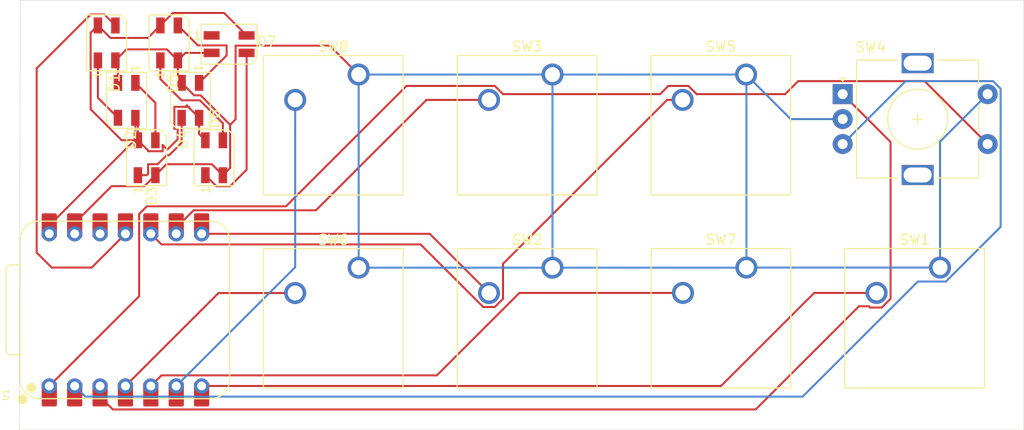
<source format=kicad_pcb>
(kicad_pcb (version 20241229) (generator "pcbnew") (generator_version "9.0")
  (layers (0 "F.Cu" signal) (2 "B.Cu" signal) (13 "F.Paste" user) (15 "B.Paste" user) (5 "F.SilkS" user "F.Silkscreen") (7 "B.SilkS" user "B.Silkscreen") (1 "F.Mask" user) (3 "B.Mask" user) (25 "Edge.Cuts" user))
  (net 0 "")
  (net 1 "GND")
  (net 2 "Net-(D1-DIN)")
  (net 3 "+5V")
  (net 4 "Net-(U1-GPIO27{slash}ADC1{slash}A1)")
  (net 5 "Net-(U1-GPIO28{slash}ADC2{slash}A2)")
  (net 6 "Net-(U1-GPIO26{slash}ADC0{slash}A0)")
  (net 7 "Net-(U1-GPIO0{slash}TX)")
  (net 9 "Net-(D1-DOUT)")
  (net 10 "Net-(D2-DOUT)")
  (net 11 "Net-(D3-DOUT)")
  (net 12 "Net-(U1-GPIO1{slash}RX)")
  (net 13 "Net-(U1-GPIO2{slash}SCK)")
  (net 14 "Net-(U1-GPIO4{slash}MISO)")
  (net 15 "Net-(U1-GPIO29{slash}ADC3{slash}A3)")
  (net 16 "Net-(U1-GPIO6{slash}SDA)")
  (net 17 "Net-(U1-GPIO7{slash}SCL)")
  (net 19 "Net-(D4-DOUT)")
  (net 20 "Net-(D5-DOUT)")
  (net 21 "Net-(D6-DOUT)")
  (footprint "LED_SMD:LED_SK6812MINI_PLCC4_3.5x3.5mm_P1.75mm" (layer "F.Cu") (at 118.91147 102.912 -90)
    (property "Reference" "D4" (at 3.91 0.755 90) (layer "F.SilkS"))
    (property "Value" "SK6812MINI" (hide yes))
    (fp_line (start -2.8 2) (end 2.2 2) (stroke (width 0.12)) (layer "F.SilkS"))
    (fp_line (start 2.8 1.4) (end 2.2 2) (stroke (width 0.12)) (layer "F.SilkS"))
    (fp_line (start 2.8 1.4) (end 2.8 -2) (stroke (width 0.12)) (layer "F.SilkS"))
    (fp_line (start -2.8 -2) (end -2.8 2) (stroke (width 0.12)) (layer "F.SilkS"))
    (fp_line (start -2.8 -2) (end 2.8 -2) (stroke (width 0.12)) (layer "F.SilkS"))
    (fp_text user "1" (at -3.2 -0.875 270) (layer "F.SilkS") (effects (font (size 0.8 0.8))))
    (pad "1" smd rect (at -1.75 -0.875 270) (size 1.6 0.85) (layers "F.Cu" "F.Mask" "F.Paste") (net 19 "Net-(D4-DOUT)"))
    (pad "2" smd rect (at -1.75 0.875 270) (size 1.6 0.85) (layers "F.Cu" "F.Mask" "F.Paste") (net 1 "GND"))
    (pad "3" smd rect (at 1.75 0.875 270) (size 1.6 0.85) (layers "F.Cu" "F.Mask" "F.Paste") (net 11 "Net-(D3-DOUT)"))
    (pad "4" smd rect (at 1.75 -0.875 270) (size 1.6 0.85) (layers "F.Cu" "F.Mask" "F.Paste") (net 3 "+5V"))
  )
  (footprint "Rotary_Encoder:RotaryEncoder_Alps_EC11E-Switch_Vertical_H20mm" (layer "F.Cu") (at 184.16647 102.292)
    (property "Reference" "SW4" (at 2.8 -4.7 0) (layer "F.SilkS"))
    (property "Value" "RotaryEncoder_Switch")
    (fp_line (start -0.3 -1.6) (end 0.3 -1.6) (stroke (width 0.12)) (layer "F.SilkS"))
    (fp_line (start 0 -1.3) (end -0.3 -1.6) (stroke (width 0.12)) (layer "F.SilkS"))
    (fp_line (start 0.3 -1.6) (end 0 -1.3) (stroke (width 0.12)) (layer "F.SilkS"))
    (fp_line (start 1.4 -3.4) (end 1.4 8.4) (stroke (width 0.12)) (layer "F.SilkS"))
    (fp_line (start 5.5 -3.4) (end 1.4 -3.4) (stroke (width 0.12)) (layer "F.SilkS"))
    (fp_line (start 5.5 8.4) (end 1.4 8.4) (stroke (width 0.12)) (layer "F.SilkS"))
    (fp_line (start 7 2.5) (end 8 2.5) (stroke (width 0.12)) (layer "F.SilkS"))
    (fp_line (start 7.5 2) (end 7.5 3) (stroke (width 0.12)) (layer "F.SilkS"))
    (fp_line (start 9.5 -3.4) (end 13.6 -3.4) (stroke (width 0.12)) (layer "F.SilkS"))
    (fp_line (start 13.6 -3.4) (end 13.6 -1) (stroke (width 0.12)) (layer "F.SilkS"))
    (fp_line (start 13.6 1.2) (end 13.6 3.8) (stroke (width 0.12)) (layer "F.SilkS"))
    (fp_line (start 13.6 6) (end 13.6 8.4) (stroke (width 0.12)) (layer "F.SilkS"))
    (fp_line (start 13.6 8.4) (end 9.5 8.4) (stroke (width 0.12)) (layer "F.SilkS"))
    (fp_circle (center 7.5 2.5) (end 10.5 2.5) (stroke (width 0.12)) (fill no) (layer "F.SilkS"))
    (pad "A" thru_hole rect (at 0 0) (size 2 2) (drill 1) (layers "*.Cu" "*.Mask") (net 5 "Net-(U1-GPIO28{slash}ADC2{slash}A2)"))
    (pad "B" thru_hole circle (at 0 5) (size 2 2) (drill 1) (layers "*.Cu" "*.Mask") (net 4 "Net-(U1-GPIO27{slash}ADC1{slash}A1)"))
    (pad "C" thru_hole circle (at 0 2.5) (size 2 2) (drill 1) (layers "*.Cu" "*.Mask") (net 1 "GND"))
    (pad "MP" thru_hole rect (at 7.5 -3.1) (size 3.2 2) (drill oval 2.8 1.5) (layers "*.Cu" "*.Mask"))
    (pad "MP" thru_hole rect (at 7.5 8.1) (size 3.2 2) (drill oval 2.8 1.5) (layers "*.Cu" "*.Mask"))
    (pad "S1" thru_hole circle (at 14.5 5) (size 2 2) (drill 1) (layers "*.Cu" "*.Mask") (net 6 "Net-(U1-GPIO26{slash}ADC0{slash}A0)"))
    (pad "S2" thru_hole circle (at 14.5 0) (size 2 2) (drill 1) (layers "*.Cu" "*.Mask") (net 1 "GND"))
  )
  (footprint "Button_Switch_Keyboard:SW_Cherry_MX_1.00u_PCB" (layer "F.Cu") (at 193.90647 119.662)
    (property "Reference" "SW1" (at -2.54 -2.794 0) (layer "F.SilkS"))
    (property "Value" "SW_Push")
    (fp_line (start -9.525 -1.905) (end 4.445 -1.905) (stroke (width 0.12)) (layer "F.SilkS"))
    (fp_line (start -9.525 12.065) (end -9.525 -1.905) (stroke (width 0.12)) (layer "F.SilkS"))
    (fp_line (start 4.445 -1.905) (end 4.445 12.065) (stroke (width 0.12)) (layer "F.SilkS"))
    (fp_line (start 4.445 12.065) (end -9.525 12.065) (stroke (width 0.12)) (layer "F.SilkS"))
    (pad "" np_thru_hole circle (at -7.62 5.08) (size 1.7 1.7) (drill 1.7) (layers "*.Cu" "*.Mask"))
    (pad "" np_thru_hole circle (at -2.54 5.08) (size 4 4) (drill 4) (layers "*.Cu" "*.Mask"))
    (pad "" np_thru_hole circle (at 2.54 5.08) (size 1.7 1.7) (drill 1.7) (layers "*.Cu" "*.Mask"))
    (pad "1" thru_hole circle (at 0 0) (size 2.2 2.2) (drill 1.5) (layers "*.Cu" "*.Mask") (net 1 "GND"))
    (pad "2" thru_hole circle (at -6.35 2.54) (size 2.2 2.2) (drill 1.5) (layers "*.Cu" "*.Mask") (net 7 "Net-(U1-GPIO0{slash}TX)"))
  )
  (footprint "LED_SMD:LED_SK6812MINI_PLCC4_3.5x3.5mm_P1.75mm" (layer "F.Cu") (at 110.53647 97.162 90)
    (property "Reference" "D1" (at -4 0.78 90) (layer "F.SilkS"))
    (property "Value" "SK6812MINI" (hide yes))
    (fp_line (start -2.8 -2) (end 2.8 -2) (stroke (width 0.12)) (layer "F.SilkS"))
    (fp_line (start -2.8 -2) (end -2.8 2) (stroke (width 0.12)) (layer "F.SilkS"))
    (fp_line (start 2.8 1.4) (end 2.8 -2) (stroke (width 0.12)) (layer "F.SilkS"))
    (fp_line (start 2.8 1.4) (end 2.2 2) (stroke (width 0.12)) (layer "F.SilkS"))
    (fp_line (start -2.8 2) (end 2.2 2) (stroke (width 0.12)) (layer "F.SilkS"))
    (fp_text user "1" (at -3.2 -0.875 90) (layer "F.SilkS") (effects (font (size 0.8 0.8))))
    (pad "1" smd rect (at -1.75 -0.875 90) (size 1.6 0.85) (layers "F.Cu" "F.Mask" "F.Paste") (net 9 "Net-(D1-DOUT)"))
    (pad "2" smd rect (at -1.75 0.875 90) (size 1.6 0.85) (layers "F.Cu" "F.Mask" "F.Paste") (net 1 "GND"))
    (pad "3" smd rect (at 1.75 0.875 90) (size 1.6 0.85) (layers "F.Cu" "F.Mask" "F.Paste") (net 2 "Net-(D1-DIN)"))
    (pad "4" smd rect (at 1.75 -0.875 90) (size 1.6 0.85) (layers "F.Cu" "F.Mask" "F.Paste") (net 3 "+5V"))
  )
  (footprint "Button_Switch_Keyboard:SW_Cherry_MX_1.00u_PCB" (layer "F.Cu") (at 174.50647 100.332)
    (property "Reference" "SW5" (at -2.54 -2.794 0) (layer "F.SilkS"))
    (property "Value" "SW_Push")
    (fp_line (start -9.525 -1.905) (end 4.445 -1.905) (stroke (width 0.12)) (layer "F.SilkS"))
    (fp_line (start -9.525 12.065) (end -9.525 -1.905) (stroke (width 0.12)) (layer "F.SilkS"))
    (fp_line (start 4.445 -1.905) (end 4.445 12.065) (stroke (width 0.12)) (layer "F.SilkS"))
    (fp_line (start 4.445 12.065) (end -9.525 12.065) (stroke (width 0.12)) (layer "F.SilkS"))
    (pad "" np_thru_hole circle (at -7.62 5.08) (size 1.7 1.7) (drill 1.7) (layers "*.Cu" "*.Mask"))
    (pad "" np_thru_hole circle (at -2.54 5.08) (size 4 4) (drill 4) (layers "*.Cu" "*.Mask"))
    (pad "" np_thru_hole circle (at 2.54 5.08) (size 1.7 1.7) (drill 1.7) (layers "*.Cu" "*.Mask"))
    (pad "1" thru_hole circle (at 0 0) (size 2.2 2.2) (drill 1.5) (layers "*.Cu" "*.Mask") (net 1 "GND"))
    (pad "2" thru_hole circle (at -6.35 2.54) (size 2.2 2.2) (drill 1.5) (layers "*.Cu" "*.Mask") (net 14 "Net-(U1-GPIO4{slash}MISO)"))
  )
  (footprint "LED_SMD:LED_SK6812MINI_PLCC4_3.5x3.5mm_P1.75mm" (layer "F.Cu") (at 116.78647 97.162 90)
    (property "Reference" "D5" (at -4.03 0.385 90) (layer "F.SilkS"))
    (property "Value" "SK6812MINI" (hide yes))
    (fp_line (start -2.8 -2) (end 2.8 -2) (stroke (width 0.12)) (layer "F.SilkS"))
    (fp_line (start -2.8 -2) (end -2.8 2) (stroke (width 0.12)) (layer "F.SilkS"))
    (fp_line (start 2.8 1.4) (end 2.8 -2) (stroke (width 0.12)) (layer "F.SilkS"))
    (fp_line (start 2.8 1.4) (end 2.2 2) (stroke (width 0.12)) (layer "F.SilkS"))
    (fp_line (start -2.8 2) (end 2.2 2) (stroke (width 0.12)) (layer "F.SilkS"))
    (fp_text user "1" (at -3.2 -0.875 90) (layer "F.SilkS") (effects (font (size 0.8 0.8))))
    (pad "1" smd rect (at -1.75 -0.875 90) (size 1.6 0.85) (layers "F.Cu" "F.Mask" "F.Paste") (net 20 "Net-(D5-DOUT)"))
    (pad "2" smd rect (at -1.75 0.875 90) (size 1.6 0.85) (layers "F.Cu" "F.Mask" "F.Paste") (net 1 "GND"))
    (pad "3" smd rect (at 1.75 0.875 90) (size 1.6 0.85) (layers "F.Cu" "F.Mask" "F.Paste") (net 19 "Net-(D4-DOUT)"))
    (pad "4" smd rect (at 1.75 -0.875 90) (size 1.6 0.85) (layers "F.Cu" "F.Mask" "F.Paste") (net 3 "+5V"))
  )
  (footprint "Button_Switch_Keyboard:SW_Cherry_MX_1.00u_PCB" (layer "F.Cu") (at 174.53647 119.662)
    (property "Reference" "SW7" (at -2.54 -2.794 0) (layer "F.SilkS"))
    (property "Value" "SW_Push")
    (fp_line (start -9.525 -1.905) (end 4.445 -1.905) (stroke (width 0.12)) (layer "F.SilkS"))
    (fp_line (start -9.525 12.065) (end -9.525 -1.905) (stroke (width 0.12)) (layer "F.SilkS"))
    (fp_line (start 4.445 -1.905) (end 4.445 12.065) (stroke (width 0.12)) (layer "F.SilkS"))
    (fp_line (start 4.445 12.065) (end -9.525 12.065) (stroke (width 0.12)) (layer "F.SilkS"))
    (pad "" np_thru_hole circle (at -7.62 5.08) (size 1.7 1.7) (drill 1.7) (layers "*.Cu" "*.Mask"))
    (pad "" np_thru_hole circle (at -2.54 5.08) (size 4 4) (drill 4) (layers "*.Cu" "*.Mask"))
    (pad "" np_thru_hole circle (at 2.54 5.08) (size 1.7 1.7) (drill 1.7) (layers "*.Cu" "*.Mask"))
    (pad "1" thru_hole circle (at 0 0) (size 2.2 2.2) (drill 1.5) (layers "*.Cu" "*.Mask") (net 1 "GND"))
    (pad "2" thru_hole circle (at -6.35 2.54) (size 2.2 2.2) (drill 1.5) (layers "*.Cu" "*.Mask") (net 16 "Net-(U1-GPIO6{slash}SDA)"))
  )
  (footprint "Button_Switch_Keyboard:SW_Cherry_MX_1.00u_PCB" (layer "F.Cu") (at 135.74647 100.332)
    (property "Reference" "SW8" (at -2.54 -2.794 0) (layer "F.SilkS"))
    (property "Value" "SW_Push")
    (fp_line (start -9.525 -1.905) (end 4.445 -1.905) (stroke (width 0.12)) (layer "F.SilkS"))
    (fp_line (start -9.525 12.065) (end -9.525 -1.905) (stroke (width 0.12)) (layer "F.SilkS"))
    (fp_line (start 4.445 -1.905) (end 4.445 12.065) (stroke (width 0.12)) (layer "F.SilkS"))
    (fp_line (start 4.445 12.065) (end -9.525 12.065) (stroke (width 0.12)) (layer "F.SilkS"))
    (pad "" np_thru_hole circle (at -7.62 5.08) (size 1.7 1.7) (drill 1.7) (layers "*.Cu" "*.Mask"))
    (pad "" np_thru_hole circle (at -2.54 5.08) (size 4 4) (drill 4) (layers "*.Cu" "*.Mask"))
    (pad "" np_thru_hole circle (at 2.54 5.08) (size 1.7 1.7) (drill 1.7) (layers "*.Cu" "*.Mask"))
    (pad "1" thru_hole circle (at 0 0) (size 2.2 2.2) (drill 1.5) (layers "*.Cu" "*.Mask") (net 1 "GND"))
    (pad "2" thru_hole circle (at -6.35 2.54) (size 2.2 2.2) (drill 1.5) (layers "*.Cu" "*.Mask") (net 17 "Net-(U1-GPIO7{slash}SCL)"))
  )
  (footprint "Button_Switch_Keyboard:SW_Cherry_MX_1.00u_PCB" (layer "F.Cu") (at 135.74647 119.672)
    (property "Reference" "SW6" (at -2.54 -2.794 0) (layer "F.SilkS"))
    (property "Value" "SW_Push")
    (fp_line (start -9.525 -1.905) (end 4.445 -1.905) (stroke (width 0.12)) (layer "F.SilkS"))
    (fp_line (start -9.525 12.065) (end -9.525 -1.905) (stroke (width 0.12)) (layer "F.SilkS"))
    (fp_line (start 4.445 -1.905) (end 4.445 12.065) (stroke (width 0.12)) (layer "F.SilkS"))
    (fp_line (start 4.445 12.065) (end -9.525 12.065) (stroke (width 0.12)) (layer "F.SilkS"))
    (pad "" np_thru_hole circle (at -7.62 5.08) (size 1.7 1.7) (drill 1.7) (layers "*.Cu" "*.Mask"))
    (pad "" np_thru_hole circle (at -2.54 5.08) (size 4 4) (drill 4) (layers "*.Cu" "*.Mask"))
    (pad "" np_thru_hole circle (at 2.54 5.08) (size 1.7 1.7) (drill 1.7) (layers "*.Cu" "*.Mask"))
    (pad "1" thru_hole circle (at 0 0) (size 2.2 2.2) (drill 1.5) (layers "*.Cu" "*.Mask") (net 1 "GND"))
    (pad "2" thru_hole circle (at -6.35 2.54) (size 2.2 2.2) (drill 1.5) (layers "*.Cu" "*.Mask") (net 15 "Net-(U1-GPIO29{slash}ADC3{slash}A3)"))
  )
  (footprint "LED_SMD:LED_SK6812MINI_PLCC4_3.5x3.5mm_P1.75mm" (layer "F.Cu") (at 112.53647 102.912 -90)
    (property "Reference" "D2" (at 3.95 -0.415 90) (layer "F.SilkS"))
    (property "Value" "SK6812MINI" (hide yes))
    (fp_line (start -2.8 2) (end 2.2 2) (stroke (width 0.12)) (layer "F.SilkS"))
    (fp_line (start 2.8 1.4) (end 2.2 2) (stroke (width 0.12)) (layer "F.SilkS"))
    (fp_line (start 2.8 1.4) (end 2.8 -2) (stroke (width 0.12)) (layer "F.SilkS"))
    (fp_line (start -2.8 -2) (end -2.8 2) (stroke (width 0.12)) (layer "F.SilkS"))
    (fp_line (start -2.8 -2) (end 2.8 -2) (stroke (width 0.12)) (layer "F.SilkS"))
    (fp_text user "1" (at -3.2 -0.875 270) (layer "F.SilkS") (effects (font (size 0.8 0.8))))
    (pad "1" smd rect (at -1.75 -0.875 270) (size 1.6 0.85) (layers "F.Cu" "F.Mask" "F.Paste") (net 10 "Net-(D2-DOUT)"))
    (pad "2" smd rect (at -1.75 0.875 270) (size 1.6 0.85) (layers "F.Cu" "F.Mask" "F.Paste") (net 1 "GND"))
    (pad "3" smd rect (at 1.75 0.875 270) (size 1.6 0.85) (layers "F.Cu" "F.Mask" "F.Paste") (net 9 "Net-(D1-DOUT)"))
    (pad "4" smd rect (at 1.75 -0.875 270) (size 1.6 0.85) (layers "F.Cu" "F.Mask" "F.Paste") (net 3 "+5V"))
  )
  (footprint "LED_SMD:LED_SK6812MINI_PLCC4_3.5x3.5mm_P1.75mm" (layer "F.Cu") (at 122.78647 97.287)
    (property "Reference" "D7" (at 3.75 -0.25 0) (layer "F.SilkS"))
    (property "Value" "SK6812MINI" (hide yes))
    (fp_line (start -2.8 -2) (end -2.8 2) (stroke (width 0.12)) (layer "F.SilkS"))
    (fp_line (start -2.8 -2) (end 2.8 -2) (stroke (width 0.12)) (layer "F.SilkS"))
    (fp_line (start -2.8 2) (end 2.2 2) (stroke (width 0.12)) (layer "F.SilkS"))
    (fp_line (start 2.8 1.4) (end 2.2 2) (stroke (width 0.12)) (layer "F.SilkS"))
    (fp_line (start 2.8 1.4) (end 2.8 -2) (stroke (width 0.12)) (layer "F.SilkS"))
    (fp_text user "1" (at -3.2 -0.875 0) (layer "F.SilkS") (effects (font (size 0.8 0.8))))
    (pad "1" smd rect (at -1.75 -0.875) (size 1.6 0.85) (layers "F.Cu" "F.Mask" "F.Paste"))
    (pad "2" smd rect (at -1.75 0.875) (size 1.6 0.85) (layers "F.Cu" "F.Mask" "F.Paste") (net 1 "GND"))
    (pad "3" smd rect (at 1.75 0.875) (size 1.6 0.85) (layers "F.Cu" "F.Mask" "F.Paste") (net 21 "Net-(D6-DOUT)"))
    (pad "4" smd rect (at 1.75 -0.875) (size 1.6 0.85) (layers "F.Cu" "F.Mask" "F.Paste") (net 3 "+5V"))
  )
  (footprint "LED_SMD:LED_SK6812MINI_PLCC4_3.5x3.5mm_P1.75mm" (layer "F.Cu") (at 121.28647 108.662 90)
    (property "Reference" "D6" (at 3.9 0.075 90) (layer "F.SilkS"))
    (property "Value" "SK6812MINI" (hide yes))
    (fp_line (start -2.8 -2) (end 2.8 -2) (stroke (width 0.12)) (layer "F.SilkS"))
    (fp_line (start -2.8 -2) (end -2.8 2) (stroke (width 0.12)) (layer "F.SilkS"))
    (fp_line (start 2.8 1.4) (end 2.8 -2) (stroke (width 0.12)) (layer "F.SilkS"))
    (fp_line (start 2.8 1.4) (end 2.2 2) (stroke (width 0.12)) (layer "F.SilkS"))
    (fp_line (start -2.8 2) (end 2.2 2) (stroke (width 0.12)) (layer "F.SilkS"))
    (fp_text user "1" (at -3.2 -0.875 90) (layer "F.SilkS") (effects (font (size 0.8 0.8))))
    (pad "1" smd rect (at -1.75 -0.875 90) (size 1.6 0.85) (layers "F.Cu" "F.Mask" "F.Paste") (net 21 "Net-(D6-DOUT)"))
    (pad "2" smd rect (at -1.75 0.875 90) (size 1.6 0.85) (layers "F.Cu" "F.Mask" "F.Paste") (net 1 "GND"))
    (pad "3" smd rect (at 1.75 0.875 90) (size 1.6 0.85) (layers "F.Cu" "F.Mask" "F.Paste") (net 20 "Net-(D5-DOUT)"))
    (pad "4" smd rect (at 1.75 -0.875 90) (size 1.6 0.85) (layers "F.Cu" "F.Mask" "F.Paste") (net 3 "+5V"))
  )
  (footprint "LED_SMD:LED_SK6812MINI_PLCC4_3.5x3.5mm_P1.75mm" (layer "F.Cu") (at 114.53647 108.662 90)
    (property "Reference" "D3" (at -3.84 0.54 90) (layer "F.SilkS"))
    (property "Value" "SK6812MINI" (hide yes))
    (fp_line (start -2.8 -2) (end 2.8 -2) (stroke (width 0.12)) (layer "F.SilkS"))
    (fp_line (start -2.8 -2) (end -2.8 2) (stroke (width 0.12)) (layer "F.SilkS"))
    (fp_line (start 2.8 1.4) (end 2.8 -2) (stroke (width 0.12)) (layer "F.SilkS"))
    (fp_line (start 2.8 1.4) (end 2.2 2) (stroke (width 0.12)) (layer "F.SilkS"))
    (fp_line (start -2.8 2) (end 2.2 2) (stroke (width 0.12)) (layer "F.SilkS"))
    (fp_text user "1" (at -3.2 -0.875 90) (layer "F.SilkS") (effects (font (size 0.8 0.8))))
    (pad "1" smd rect (at -1.75 -0.875 90) (size 1.6 0.85) (layers "F.Cu" "F.Mask" "F.Paste") (net 11 "Net-(D3-DOUT)"))
    (pad "2" smd rect (at -1.75 0.875 90) (size 1.6 0.85) (layers "F.Cu" "F.Mask" "F.Paste") (net 1 "GND"))
    (pad "3" smd rect (at 1.75 0.875 90) (size 1.6 0.85) (layers "F.Cu" "F.Mask" "F.Paste") (net 10 "Net-(D2-DOUT)"))
    (pad "4" smd rect (at 1.75 -0.875 90) (size 1.6 0.85) (layers "F.Cu" "F.Mask" "F.Paste") (net 3 "+5V"))
  )
  (footprint "Button_Switch_Keyboard:SW_Cherry_MX_1.00u_PCB" (layer "F.Cu") (at 155.13647 100.332)
    (property "Reference" "SW3" (at -2.54 -2.794 0) (layer "F.SilkS"))
    (property "Value" "SW_Push")
    (fp_line (start -9.525 -1.905) (end 4.445 -1.905) (stroke (width 0.12)) (layer "F.SilkS"))
    (fp_line (start -9.525 12.065) (end -9.525 -1.905) (stroke (width 0.12)) (layer "F.SilkS"))
    (fp_line (start 4.445 -1.905) (end 4.445 12.065) (stroke (width 0.12)) (layer "F.SilkS"))
    (fp_line (start 4.445 12.065) (end -9.525 12.065) (stroke (width 0.12)) (layer "F.SilkS"))
    (pad "" np_thru_hole circle (at -7.62 5.08) (size 1.7 1.7) (drill 1.7) (layers "*.Cu" "*.Mask"))
    (pad "" np_thru_hole circle (at -2.54 5.08) (size 4 4) (drill 4) (layers "*.Cu" "*.Mask"))
    (pad "" np_thru_hole circle (at 2.54 5.08) (size 1.7 1.7) (drill 1.7) (layers "*.Cu" "*.Mask"))
    (pad "1" thru_hole circle (at 0 0) (size 2.2 2.2) (drill 1.5) (layers "*.Cu" "*.Mask") (net 1 "GND"))
    (pad "2" thru_hole circle (at -6.35 2.54) (size 2.2 2.2) (drill 1.5) (layers "*.Cu" "*.Mask") (net 13 "Net-(U1-GPIO2{slash}SCK)"))
  )
  (footprint "Button_Switch_Keyboard:SW_Cherry_MX_1.00u_PCB" (layer "F.Cu") (at 155.13647 119.672)
    (property "Reference" "SW2" (at -2.54 -2.794 0) (layer "F.SilkS"))
    (property "Value" "SW_Push")
    (fp_line (start -9.525 -1.905) (end 4.445 -1.905) (stroke (width 0.12)) (layer "F.SilkS"))
    (fp_line (start -9.525 12.065) (end -9.525 -1.905) (stroke (width 0.12)) (layer "F.SilkS"))
    (fp_line (start 4.445 -1.905) (end 4.445 12.065) (stroke (width 0.12)) (layer "F.SilkS"))
    (fp_line (start 4.445 12.065) (end -9.525 12.065) (stroke (width 0.12)) (layer "F.SilkS"))
    (pad "" np_thru_hole circle (at -7.62 5.08) (size 1.7 1.7) (drill 1.7) (layers "*.Cu" "*.Mask"))
    (pad "" np_thru_hole circle (at -2.54 5.08) (size 4 4) (drill 4) (layers "*.Cu" "*.Mask"))
    (pad "" np_thru_hole circle (at 2.54 5.08) (size 1.7 1.7) (drill 1.7) (layers "*.Cu" "*.Mask"))
    (pad "1" thru_hole circle (at 0 0) (size 2.2 2.2) (drill 1.5) (layers "*.Cu" "*.Mask") (net 1 "GND"))
    (pad "2" thru_hole circle (at -6.35 2.54) (size 2.2 2.2) (drill 1.5) (layers "*.Cu" "*.Mask") (net 12 "Net-(U1-GPIO1{slash}RX)"))
  )
  (footprint "Seeed Studio XIAO Series Library:XIAO-RP2040-DIP" (layer "F.Cu") (at 112.41647 123.902 90)
    (property "Reference" "U1" (at -8.5 -12 90) (layer "F.SilkS") (effects (font (size 0.635 0.635) (thickness 0.1016))))
    (property "Value" "XIAO-RP2040-DIP")
    (fp_line (start -3.991272 -11.951) (end 4.004 -11.951) (stroke (width 0.127)) (layer "F.SilkS"))
    (fp_line (start 4.504 -11.451) (end 4.504 -10.541) (stroke (width 0.127)) (layer "F.SilkS"))
    (fp_line (start 6.985 -10.541) (end -6.985 -10.541) (stroke (width 0.1)) (layer "F.SilkS"))
    (fp_line (start 6.985 -10.541) (end -6.985 -10.541) (stroke (width 0.127)) (layer "F.SilkS"))
    (fp_line (start -4.495 -10.541) (end -4.491272 -11.451272) (stroke (width 0.127)) (layer "F.SilkS"))
    (fp_line (start 8.89 8.509) (end 8.89 -8.636) (stroke (width 0.127)) (layer "F.SilkS"))
    (fp_line (start -8.89 8.509) (end -8.89 -8.636) (stroke (width 0.127)) (layer "F.SilkS"))
    (fp_line (start -6.985 10.414) (end 6.985 10.414) (stroke (width 0.127)) (layer "F.SilkS"))
    (fp_arc (start 4.004 -11.951) (mid 4.357553 -11.804553) (end 4.504 -11.451) (stroke (width 0.127)) (layer "F.SilkS"))
    (fp_arc (start -4.491272 -11.451272) (mid -4.344728 -11.80464) (end -3.991272 -11.951) (stroke (width 0.127)) (layer "F.SilkS"))
    (fp_arc (start 6.985 -10.541) (mid 8.332038 -9.983038) (end 8.89 -8.636) (stroke (width 0.127)) (layer "F.SilkS"))
    (fp_arc (start -8.89 -8.636) (mid -8.332038 -9.983038) (end -6.985 -10.541) (stroke (width 0.127)) (layer "F.SilkS"))
    (fp_arc (start 8.89 8.509) (mid 8.332038 9.856038) (end 6.985 10.414) (stroke (width 0.127)) (layer "F.SilkS"))
    (fp_arc (start -6.985 10.414) (mid -8.332038 9.856038) (end -8.89 8.509) (stroke (width 0.127)) (layer "F.SilkS"))
    (fp_circle (center -8.95 -10.3) (end -8.95 -10.554) (stroke (width 0.5)) (fill yes) (layer "F.SilkS"))
    (fp_circle (center -7.807 -9.42) (end -7.807 -9.674) (stroke (width 0.5)) (fill yes) (layer "F.SilkS"))
    (pad "1" smd roundrect (at -8.455 -7.62 270) (size 2.432 1.524) (layers "F.Cu" "F.Mask") (roundrect_rratio 0.1) (net 6 "Net-(U1-GPIO26{slash}ADC0{slash}A0)"))
    (pad "1" thru_hole circle (at -7.62 -7.62 270) (size 1.524 1.524) (drill 0.889) (layers "*.Cu" "*.Mask") (net 6 "Net-(U1-GPIO26{slash}ADC0{slash}A0)"))
    (pad "2" smd roundrect (at -8.455 -5.08 270) (size 2.432 1.524) (layers "F.Cu" "F.Mask") (roundrect_rratio 0.1) (net 4 "Net-(U1-GPIO27{slash}ADC1{slash}A1)"))
    (pad "2" thru_hole circle (at -7.62 -5.08 270) (size 1.524 1.524) (drill 0.889) (layers "*.Cu" "*.Mask") (net 4 "Net-(U1-GPIO27{slash}ADC1{slash}A1)"))
    (pad "3" smd roundrect (at -8.455 -2.54 270) (size 2.432 1.524) (layers "F.Cu" "F.Mask") (roundrect_rratio 0.1) (net 5 "Net-(U1-GPIO28{slash}ADC2{slash}A2)"))
    (pad "3" thru_hole circle (at -7.62 -2.54 270) (size 1.524 1.524) (drill 0.889) (layers "*.Cu" "*.Mask") (net 5 "Net-(U1-GPIO28{slash}ADC2{slash}A2)"))
    (pad "4" smd roundrect (at -8.455 0 270) (size 2.432 1.524) (layers "F.Cu" "F.Mask") (roundrect_rratio 0.1) (net 15 "Net-(U1-GPIO29{slash}ADC3{slash}A3)"))
    (pad "4" thru_hole circle (at -7.62 0 270) (size 1.524 1.524) (drill 0.889) (layers "*.Cu" "*.Mask") (net 15 "Net-(U1-GPIO29{slash}ADC3{slash}A3)"))
    (pad "5" smd roundrect (at -8.455 2.54 270) (size 2.432 1.524) (layers "F.Cu" "F.Mask") (roundrect_rratio 0.1) (net 16 "Net-(U1-GPIO6{slash}SDA)"))
    (pad "5" thru_hole circle (at -7.62 2.54 270) (size 1.524 1.524) (drill 0.889) (layers "*.Cu" "*.Mask") (net 16 "Net-(U1-GPIO6{slash}SDA)"))
    (pad "6" smd roundrect (at -8.455 5.08 270) (size 2.432 1.524) (layers "F.Cu" "F.Mask") (roundrect_rratio 0.1) (net 17 "Net-(U1-GPIO7{slash}SCL)"))
    (pad "6" thru_hole circle (at -7.62 5.08 270) (size 1.524 1.524) (drill 0.889) (layers "*.Cu" "*.Mask") (net 17 "Net-(U1-GPIO7{slash}SCL)"))
    (pad "7" smd roundrect (at -8.455 7.62 270) (size 2.432 1.524) (layers "F.Cu" "F.Mask") (roundrect_rratio 0.1) (net 7 "Net-(U1-GPIO0{slash}TX)"))
    (pad "7" thru_hole circle (at -7.62 7.62 270) (size 1.524 1.524) (drill 0.889) (layers "*.Cu" "*.Mask") (net 7 "Net-(U1-GPIO0{slash}TX)"))
    (pad "8" thru_hole circle (at 7.62 7.62 90) (size 1.524 1.524) (drill 0.889) (layers "*.Cu" "*.Mask") (net 12 "Net-(U1-GPIO1{slash}RX)"))
    (pad "8" smd roundrect (at 8.455 7.62 90) (size 2.432 1.524) (layers "F.Cu" "F.Mask") (roundrect_rratio 0.1) (net 12 "Net-(U1-GPIO1{slash}RX)"))
    (pad "9" thru_hole circle (at 7.62 5.08 90) (size 1.524 1.524) (drill 0.889) (layers "*.Cu" "*.Mask") (net 13 "Net-(U1-GPIO2{slash}SCK)"))
    (pad "9" smd roundrect (at 8.455 5.08 90) (size 2.432 1.524) (layers "F.Cu" "F.Mask") (roundrect_rratio 0.1) (net 13 "Net-(U1-GPIO2{slash}SCK)"))
    (pad "10" thru_hole circle (at 7.62 2.54 90) (size 1.524 1.524) (drill 0.889) (layers "*.Cu" "*.Mask") (net 14 "Net-(U1-GPIO4{slash}MISO)"))
    (pad "10" smd roundrect (at 8.455 2.54 90) (size 2.432 1.524) (layers "F.Cu" "F.Mask") (roundrect_rratio 0.1) (net 14 "Net-(U1-GPIO4{slash}MISO)"))
    (pad "11" thru_hole circle (at 7.62 0 90) (size 1.524 1.524) (drill 0.889) (layers "*.Cu" "*.Mask") (net 2 "Net-(D1-DIN)"))
    (pad "11" smd roundrect (at 8.455 0 90) (size 2.432 1.524) (layers "F.Cu" "F.Mask") (roundrect_rratio 0.1) (net 2 "Net-(D1-DIN)"))
    (pad "12" thru_hole circle (at 7.62 -2.54 90) (size 1.524 1.524) (drill 0.889) (layers "*.Cu" "*.Mask"))
    (pad "12" smd roundrect (at 8.455 -2.54 90) (size 2.432 1.524) (layers "F.Cu" "F.Mask") (roundrect_rratio 0.1))
    (pad "13" thru_hole circle (at 7.62 -5.08 90) (size 1.524 1.524) (drill 0.889) (layers "*.Cu" "*.Mask") (net 1 "GND"))
    (pad "13" smd roundrect (at 8.455 -5.08 90) (size 2.432 1.524) (layers "F.Cu" "F.Mask") (roundrect_rratio 0.1) (net 1 "GND"))
    (pad "14" thru_hole circle (at 7.62 -7.62 90) (size 1.524 1.524) (drill 0.889) (layers "*.Cu" "*.Mask") (net 3 "+5V"))
    (pad "14" smd roundrect (at 8.455 -7.62 90) (size 2.432 1.524) (layers "F.Cu" "F.Mask") (roundrect_rratio 0.1) (net 3 "+5V"))
  )
  (gr_poly (pts (xy 101.78647 135.912) (xy 202.28647 135.912) (xy 202.28647 92.912) (xy 101.9 92.89)) (stroke (width 0.05)) (fill no) (layer "Edge.Cuts"))
  (segment (start 122.88747 105.3689) (end 123.43547 104.8209) (width 0.2) (layer "F.Cu") (net 1))
  (segment (start 107.33647 116.282) (end 107.33647 115.20437) (width 0.2) (layer "F.Cu") (net 1))
  (segment (start 118.41147 98.162) (end 117.66147 98.912) (width 0.2) (layer "F.Cu") (net 1))
  (segment (start 119.93057 102.412) (end 122.88747 105.3689) (width 0.2) (layer "F.Cu") (net 1))
  (segment (start 114.31047 111.513) (end 115.41147 110.412) (width 0.2) (layer "F.Cu") (net 1))
  (segment (start 116.56047 97.811) (end 117.66147 98.912) (width 0.2) (layer "F.Cu") (net 1))
  (segment (start 123.43547 97.436) (end 132.85047 97.436) (width 0.2) (layer "F.Cu") (net 1))
  (segment (start 116.51247 109.311) (end 115.41147 110.412) (width 0.2) (layer "F.Cu") (net 1))
  (segment (start 119.28647 102.412) (end 119.93057 102.412) (width 0.2) (layer "F.Cu") (net 1))
  (segment (start 132.85047 97.436) (end 135.74647 100.332) (width 0.2) (layer "F.Cu") (net 1))
  (segment (start 117.66147 98.912) (end 117.66147 100.787) (width 0.2) (layer "F.Cu") (net 1))
  (segment (start 122.88747 105.3689) (end 122.88747 109.686) (width 0.2) (layer "F.Cu") (net 1))
  (segment (start 121.03647 98.162) (end 118.41147 98.162) (width 0.2) (layer "F.Cu") (net 1))
  (segment (start 118.03647 101.162) (end 119.28647 102.412) (width 0.2) (layer "F.Cu") (net 1))
  (segment (start 111.66147 101.162) (end 111.66147 99.162) (width 0.2) (layer "F.Cu") (net 1))
  (segment (start 122.16147 110.412) (end 121.06047 109.311) (width 0.2) (layer "F.Cu") (net 1))
  (segment (start 111.02784 111.513) (end 114.31047 111.513) (width 0.2) (layer "F.Cu") (net 1))
  (segment (start 122.88747 109.686) (end 122.16147 110.412) (width 0.2) (layer "F.Cu") (net 1))
  (segment (start 111.66147 99.162) (end 111.41147 98.912) (width 0.2) (layer "F.Cu") (net 1))
  (segment (start 111.41147 98.912) (end 112.51247 97.811) (width 0.2) (layer "F.Cu") (net 1))
  (segment (start 112.51247 97.811) (end 116.56047 97.811) (width 0.2) (layer "F.Cu") (net 1))
  (segment (start 117.66147 100.787) (end 118.03647 101.162) (width 0.2) (layer "F.Cu") (net 1))
  (segment (start 107.33647 115.20437) (end 111.02784 111.513) (width 0.2) (layer "F.Cu") (net 1))
  (segment (start 121.06047 109.311) (end 116.51247 109.311) (width 0.2) (layer "F.Cu") (net 1))
  (segment (start 123.43547 104.8209) (end 123.43547 97.436) (width 0.2) (layer "F.Cu") (net 1))
  (segment (start 174.53647 119.662) (end 174.53647 100.362) (width 0.2) (layer "B.Cu") (net 1))
  (segment (start 155.13647 119.672) (end 174.52647 119.672) (width 0.2) (layer "B.Cu") (net 1))
  (segment (start 193.90647 119.662) (end 193.90647 107.052) (width 0.2) (layer "B.Cu") (net 1))
  (segment (start 174.50647 100.332) (end 178.96647 104.792) (width 0.2) (layer "B.Cu") (net 1))
  (segment (start 174.50647 100.332) (end 155.13647 100.332) (width 0.2) (layer "B.Cu") (net 1))
  (segment (start 155.13647 100.332) (end 135.74647 100.332) (width 0.2) (layer "B.Cu") (net 1))
  (segment (start 155.13647 100.332) (end 155.13647 119.672) (width 0.2) (layer "B.Cu") (net 1))
  (segment (start 135.74647 119.672) (end 155.13647 119.672) (width 0.2) (layer "B.Cu") (net 1))
  (segment (start 135.74647 100.332) (end 135.74647 119.672) (width 0.2) (layer "B.Cu") (net 1))
  (segment (start 174.53647 119.662) (end 193.90647 119.662) (width 0.2) (layer "B.Cu") (net 1))
  (segment (start 174.52647 119.672) (end 174.53647 119.662) (width 0.2) (layer "B.Cu") (net 1))
  (segment (start 178.96647 104.792) (end 184.16647 104.792) (width 0.2) (layer "B.Cu") (net 1))
  (segment (start 193.90647 107.052) (end 198.66647 102.292) (width 0.2) (layer "B.Cu") (net 1))
  (segment (start 174.53647 100.362) (end 174.50647 100.332) (width 0.2) (layer "B.Cu") (net 1))
  (segment (start 108.93547 94.311) (end 103.53647 99.71) (width 0.2) (layer "F.Cu") (net 2))
  (segment (start 103.53647 118.162) (end 105.03647 119.662) (width 0.2) (layer "F.Cu") (net 2))
  (segment (start 105.03647 119.662) (end 109.03647 119.662) (width 0.2) (layer "F.Cu") (net 2))
  (segment (start 103.53647 99.71) (end 103.53647 118.162) (width 0.2) (layer "F.Cu") (net 2))
  (segment (start 111.41147 95.412) (end 110.31047 94.311) (width 0.2) (layer "F.Cu") (net 2))
  (segment (start 110.31047 94.311) (end 108.93547 94.311) (width 0.2) (layer "F.Cu") (net 2))
  (segment (start 109.03647 119.662) (end 112.41647 116.282) (width 0.2) (layer "F.Cu") (net 2))
  (segment (start 108.93547 103.811) (end 108.93547 96.138) (width 0.2) (layer "F.Cu") (net 3))
  (segment (start 118.76247 103.638) (end 118.76247 103.561) (width 0.2) (layer "F.Cu") (net 3))
  (segment (start 119.78647 104.662) (end 119.78647 106.287) (width 0.2) (layer "F.Cu") (net 3))
  (segment (start 113.66147 106.912) (end 113.66147 104.912) (width 0.2) (layer "F.Cu") (net 3))
  (segment (start 116.13747 108.013) (end 114.68547 108.013) (width 0.2) (layer "F.Cu") (net 3))
  (segment (start 119.78647 106.287) (end 120.41147 106.912) (width 0.2) (layer "F.Cu") (net 3))
  (segment (start 117.63547 105.763) (end 117.63547 106.813) (width 0.2) (layer "F.Cu") (net 3))
  (segment (start 122.28647 94.162) (end 124.53647 96.412) (width 0.2) (layer "F.Cu") (net 3))
  (segment (start 116.59897 107.8495) (end 116.13747 107.388) (width 0.2) (layer "F.Cu") (net 3))
  (segment (start 117.63547 106.813) (end 116.59897 107.8495) (width 0.2) (layer "F.Cu") (net 3))
  (segment (start 118.53647 103.412) (end 118.53647 103.561) (width 0.2) (layer "F.Cu") (net 3))
  (segment (start 118.53647 103.561) (end 117.31047 103.561) (width 0.2) (layer "F.Cu") (net 3))
  (segment (start 113.66147 104.912) (end 113.41147 104.662) (width 0.2) (layer "F.Cu") (net 3))
  (segment (start 118.76247 103.561) (end 118.68547 103.561) (width 0.2) (layer "F.Cu") (net 3))
  (segment (start 115.91147 95.412) (end 117.16147 94.162) (width 0.2) (layer "F.Cu") (net 3))
  (segment (start 117.31047 105.763) (end 117.63547 105.763) (width 0.2) (layer "F.Cu") (net 3))
  (segment (start 113.66147 106.912) (end 112.03647 106.912) (width 0.2) (layer "F.Cu") (net 3))
  (segment (start 113.41147 106.662) (end 113.41147 104.662) (width 0.2) (layer "F.Cu") (net 3))
  (segment (start 113.33147 106.912) (end 104.79647 115.447) (width 0.2) (layer "F.Cu") (net 3))
  (segment (start 116.13747 107.388) (end 116.13747 108.013) (width 0.2) (layer "F.Cu") (net 3))
  (segment (start 117.31047 103.561) (end 117.31047 105.763) (width 0.2) (layer "F.Cu") (net 3))
  (segment (start 114.68547 108.013) (end 114.68547 107.936) (width 0.2) (layer "F.Cu") (net 3))
  (segment (start 118.68547 103.561) (end 118.53647 103.412) (width 0.2) (layer "F.Cu") (net 3))
  (segment (start 112.03647 106.912) (end 108.93547 103.811) (width 0.2) (layer "F.Cu") (net 3))
  (segment (start 110.91147 96.662) (end 114.66147 96.662) (width 0.2) (layer "F.Cu") (net 3))
  (segment (start 117.16147 94.162) (end 122.28647 94.162) (width 0.2) (layer "F.Cu") (net 3))
  (segment (start 113.66147 106.912) (end 113.33147 106.912) (width 0.2) (layer "F.Cu") (net 3))
  (segment (start 109.66147 95.412) (end 110.91147 96.662) (width 0.2) (layer "F.Cu") (net 3))
  (segment (start 114.66147 96.662) (end 115.91147 95.412) (width 0.2) (layer "F.Cu") (net 3))
  (segment (start 119.78647 104.662) (end 118.76247 103.638) (width 0.2) (layer "F.Cu") (net 3))
  (segment (start 108.93547 96.138) (end 109.66147 95.412) (width 0.2) (layer "F.Cu") (net 3))
  (segment (start 114.68547 107.936) (end 113.41147 106.662) (width 0.2) (layer "F.Cu") (net 3))
  (segment (start 199.96747 101.753108) (end 199.96747 115.582314) (width 0.2) (layer "B.Cu") (net 4))
  (segment (start 191.684784 121.063) (end 180.162784 132.585) (width 0.2) (layer "B.Cu") (net 4))
  (segment (start 199.96747 115.582314) (end 194.486784 121.063) (width 0.2) (layer "B.Cu") (net 4))
  (segment (start 194.486784 121.063) (end 191.684784 121.063) (width 0.2) (layer "B.Cu") (net 4))
  (segment (start 199.205362 100.991) (end 199.96747 101.753108) (width 0.2) (layer "B.Cu") (net 4))
  (segment (start 184.16647 107.292) (end 190.46747 100.991) (width 0.2) (layer "B.Cu") (net 4))
  (segment (start 190.46747 100.991) (end 199.205362 100.991) (width 0.2) (layer "B.Cu") (net 4))
  (segment (start 108.39947 132.585) (end 107.33647 131.522) (width 0.2) (layer "B.Cu") (net 4))
  (segment (start 180.162784 132.585) (end 108.39947 132.585) (width 0.2) (layer "B.Cu") (net 4))
  (segment (start 188.95747 107.083) (end 188.95747 122.782314) (width 0.2) (layer "F.Cu") (net 5))
  (segment (start 188.071676 123.668108) (end 186.911048 123.668108) (width 0.2) (layer "F.Cu") (net 5))
  (segment (start 184.16647 102.292) (end 188.95747 107.083) (width 0.2) (layer "F.Cu") (net 5))
  (segment (start 175.456 133.874) (end 111.15084 133.874) (width 0.2) (layer "F.Cu") (net 5))
  (segment (start 109.87647 132.59963) (end 109.87647 131.522) (width 0.2) (layer "F.Cu") (net 5))
  (segment (start 186.78394 123.541) (end 185.789 123.541) (width 0.2) (layer "F.Cu") (net 5))
  (segment (start 188.95747 122.782314) (end 188.071676 123.668108) (width 0.2) (layer "F.Cu") (net 5))
  (segment (start 186.911048 123.668108) (end 186.78394 123.541) (width 0.2) (layer "F.Cu") (net 5))
  (segment (start 185.789 123.541) (end 175.456 133.874) (width 0.2) (layer "F.Cu") (net 5))
  (segment (start 111.15084 133.874) (end 109.87647 132.59963) (width 0.2) (layer "F.Cu") (net 5))
  (segment (start 192.36547 100.991) (end 179.712286 100.991) (width 0.2) (layer "F.Cu") (net 6))
  (segment (start 149.366784 101.471) (end 140.529 101.471) (width 0.2) (layer "F.Cu") (net 6))
  (segment (start 113.78647 114.298374) (end 113.78647 122.532) (width 0.2) (layer "F.Cu") (net 6))
  (segment (start 166.72747 101.471) (end 165.906784 102.291686) (width 0.2) (layer "F.Cu") (net 6))
  (segment (start 113.78647 122.532) (end 104.79647 131.522) (width 0.2) (layer "F.Cu") (net 6))
  (segment (start 179.712286 100.991) (end 178.4116 102.291686) (width 0.2) (layer "F.Cu") (net 6))
  (segment (start 150.18747 102.291686) (end 149.366784 101.471) (width 0.2) (layer "F.Cu") (net 6))
  (segment (start 165.906784 102.291686) (end 150.18747 102.291686) (width 0.2) (layer "F.Cu") (net 6))
  (segment (start 140.529 101.471) (end 128.471 113.529) (width 0.2) (layer "F.Cu") (net 6))
  (segment (start 169.55747 102.291686) (end 168.736784 101.471) (width 0.2) (layer "F.Cu") (net 6))
  (segment (start 168.736784 101.471) (end 166.72747 101.471) (width 0.2) (layer "F.Cu") (net 6))
  (segment (start 128.471 113.529) (end 114.555844 113.529) (width 0.2) (layer "F.Cu") (net 6))
  (segment (start 178.4116 102.291686) (end 169.55747 102.291686) (width 0.2) (layer "F.Cu") (net 6))
  (segment (start 114.555844 113.529) (end 113.78647 114.298374) (width 0.2) (layer "F.Cu") (net 6))
  (segment (start 198.66647 107.292) (end 192.36547 100.991) (width 0.2) (layer "F.Cu") (net 6))
  (segment (start 171.99494 131.522) (end 120.03647 131.522) (width 0.2) (layer "F.Cu") (net 7))
  (segment (start 187.55647 122.202) (end 181.31494 122.202) (width 0.2) (layer "F.Cu") (net 7))
  (segment (start 181.31494 122.202) (end 171.99494 131.522) (width 0.2) (layer "F.Cu") (net 7))
  (segment (start 109.66147 102.662) (end 111.66147 104.662) (width 0.2) (layer "F.Cu") (net 9))
  (segment (start 109.66147 98.912) (end 109.66147 102.662) (width 0.2) (layer "F.Cu") (net 9))
  (segment (start 115.41147 106.912) (end 115.41147 103.162) (width 0.2) (layer "F.Cu") (net 10))
  (segment (start 115.41147 103.162) (end 113.41147 101.162) (width 0.2) (layer "F.Cu") (net 10))
  (segment (start 114.68547 109.311) (end 115.63747 109.311) (width 0.2) (layer "F.Cu") (net 11))
  (segment (start 118.03647 107.162) (end 118.03647 104.662) (width 0.2) (layer "F.Cu") (net 11))
  (segment (start 114.68547 110.263) (end 114.68547 109.311) (width 0.2) (layer "F.Cu") (net 11))
  (segment (start 113.66147 110.412) (end 114.53647 110.412) (width 0.2) (layer "F.Cu") (net 11))
  (segment (start 115.63747 109.311) (end 116.53647 108.412) (width 0.2) (layer "F.Cu") (net 11))
  (segment (start 116.53647 108.412) (end 116.78647 108.412) (width 0.2) (layer "F.Cu") (net 11))
  (segment (start 116.78647 108.412) (end 118.03647 107.162) (width 0.2) (layer "F.Cu") (net 11))
  (segment (start 114.53647 110.412) (end 114.68547 110.263) (width 0.2) (layer "F.Cu") (net 11))
  (segment (start 148.78647 122.212) (end 142.85647 116.282) (width 0.2) (layer "F.Cu") (net 12))
  (segment (start 142.85647 116.282) (end 120.03647 116.282) (width 0.2) (layer "F.Cu") (net 12))
  (segment (start 148.78647 102.872) (end 142.52494 102.872) (width 0.2) (layer "F.Cu") (net 13))
  (segment (start 131.46694 113.93) (end 119.234844 113.93) (width 0.2) (layer "F.Cu") (net 13))
  (segment (start 117.49647 115.668374) (end 117.49647 116.282) (width 0.2) (layer "F.Cu") (net 13))
  (segment (start 142.52494 102.872) (end 131.46694 113.93) (width 0.2) (layer "F.Cu") (net 13))
  (segment (start 119.234844 113.93) (end 117.49647 115.668374) (width 0.2) (layer "F.Cu") (net 13))
  (segment (start 141.938156 117.345) (end 116.01947 117.345) (width 0.2) (layer "F.Cu") (net 14))
  (segment (start 116.01947 117.345) (end 114.95647 116.282) (width 0.2) (layer "F.Cu") (net 14))
  (segment (start 150.18747 122.792314) (end 149.366784 123.613) (width 0.2) (layer "F.Cu") (net 14))
  (segment (start 166.600836 102.872) (end 150.18747 119.285366) (width 0.2) (layer "F.Cu") (net 14))
  (segment (start 150.18747 119.285366) (end 150.18747 122.792314) (width 0.2) (layer "F.Cu") (net 14))
  (segment (start 168.15647 102.872) (end 166.600836 102.872) (width 0.2) (layer "F.Cu") (net 14))
  (segment (start 149.366784 123.613) (end 148.206156 123.613) (width 0.2) (layer "F.Cu") (net 14))
  (segment (start 148.206156 123.613) (end 141.938156 117.345) (width 0.2) (layer "F.Cu") (net 14))
  (segment (start 121.72647 122.212) (end 112.41647 131.522) (width 0.2) (layer "F.Cu") (net 15))
  (segment (start 129.39647 122.212) (end 121.72647 122.212) (width 0.2) (layer "F.Cu") (net 15))
  (segment (start 143.564654 130.459) (end 116.01947 130.459) (width 0.2) (layer "F.Cu") (net 16))
  (segment (start 116.01947 130.459) (end 114.95647 131.522) (width 0.2) (layer "F.Cu") (net 16))
  (segment (start 151.821654 122.202) (end 143.564654 130.459) (width 0.2) (layer "F.Cu") (net 16))
  (segment (start 168.18647 122.202) (end 151.821654 122.202) (width 0.2) (layer "F.Cu") (net 16))
  (segment (start 129.39647 102.872) (end 129.39647 119.622) (width 0.2) (layer "B.Cu") (net 17))
  (segment (start 129.39647 119.622) (end 117.49647 131.522) (width 0.2) (layer "B.Cu") (net 17))
  (segment (start 122.53647 97.412) (end 119.66147 97.412) (width 0.2) (layer "F.Cu") (net 19))
  (segment (start 119.66147 97.412) (end 117.66147 95.412) (width 0.2) (layer "F.Cu") (net 19))
  (segment (start 119.78647 101.162) (end 122.53647 98.412) (width 0.2) (layer "F.Cu") (net 19))
  (segment (start 122.53647 98.412) (end 122.53647 97.412) (width 0.2) (layer "F.Cu") (net 19))
  (segment (start 118.03647 102.912) (end 115.91147 100.787) (width 0.2) (layer "F.Cu") (net 20))
  (segment (start 122.16147 105.21) (end 119.86347 102.912) (width 0.2) (layer "F.Cu") (net 20))
  (segment (start 115.91147 100.787) (end 115.91147 98.912) (width 0.2) (layer "F.Cu") (net 20))
  (segment (start 122.16147 106.912) (end 122.16147 105.21) (width 0.2) (layer "F.Cu") (net 20))
  (segment (start 119.86347 102.912) (end 118.03647 102.912) (width 0.2) (layer "F.Cu") (net 20))
  (segment (start 120.41147 110.412) (end 121.51247 111.513) (width 0.2) (layer "F.Cu") (net 21))
  (segment (start 122.88747 111.513) (end 124.53647 109.864) (width 0.2) (layer "F.Cu") (net 21))
  (segment (start 124.53647 109.864) (end 124.53647 98.162) (width 0.2) (layer "F.Cu") (net 21))
  (segment (start 121.51247 111.513) (end 122.88747 111.513) (width 0.2) (layer "F.Cu") (net 21))
)
</source>
